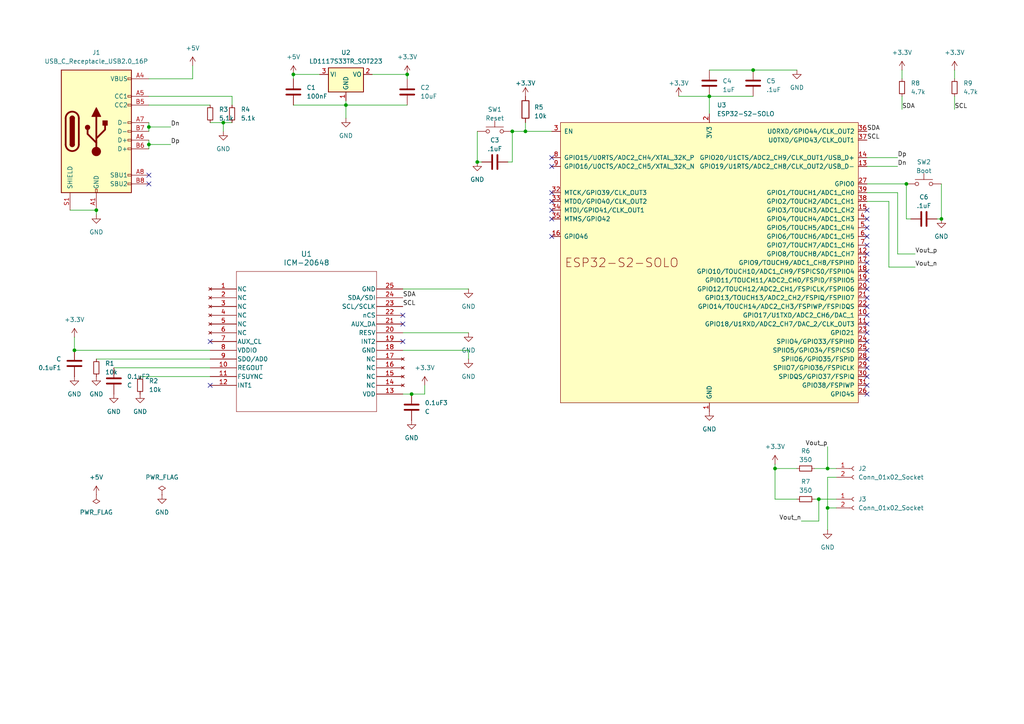
<source format=kicad_sch>
(kicad_sch (version 20231120) (generator "eeschema") (generator_version "8.0")
  (paper "A4")
  (lib_symbols
    (symbol "+3.3V_1" (power) (pin_numbers hide) (pin_names (offset 0) hide)
      (property "Value" "+3.3V" (at 0 3.556 0))
      (symbol "+3.3V_1_0_1"
        (polyline (pts (xy -0.762 1.27) (xy 0 2.54)))
        (polyline (pts (xy 0 0) (xy 0 2.54)))
        (polyline (pts (xy 0 2.54) (xy 0.762 1.27)))
      )
      (symbol "+3.3V_1_1_1"
        (pin power_in line (at 0 0 90) (length 0) (name "~") (number "1"))
      )
    )
    (symbol "+3.3V_2" (power) (pin_numbers hide) (pin_names (offset 0) hide)
      (property "Value" "+3.3V" (at 0 3.556 0))
      (symbol "+3.3V_2_0_1"
        (polyline (pts (xy -0.762 1.27) (xy 0 2.54)))
        (polyline (pts (xy 0 0) (xy 0 2.54)))
        (polyline (pts (xy 0 2.54) (xy 0.762 1.27)))
      )
      (symbol "+3.3V_2_1_1"
        (pin power_in line (at 0 0 90) (length 0) (name "~") (number "1"))
      )
    )
    (symbol "+3.3V_3" (power) (pin_numbers hide) (pin_names (offset 0) hide)
      (property "Value" "+3.3V" (at 0 3.556 0))
      (symbol "+3.3V_3_0_1"
        (polyline (pts (xy -0.762 1.27) (xy 0 2.54)))
        (polyline (pts (xy 0 0) (xy 0 2.54)))
        (polyline (pts (xy 0 2.54) (xy 0.762 1.27)))
      )
      (symbol "+3.3V_3_1_1"
        (pin power_in line (at 0 0 90) (length 0) (name "~") (number "1"))
      )
    )
    (symbol "+3.3V_4" (power) (pin_numbers hide) (pin_names (offset 0) hide)
      (property "Value" "+3.3V" (at 0 3.556 0))
      (symbol "+3.3V_4_0_1"
        (polyline (pts (xy -0.762 1.27) (xy 0 2.54)))
        (polyline (pts (xy 0 0) (xy 0 2.54)))
        (polyline (pts (xy 0 2.54) (xy 0.762 1.27)))
      )
      (symbol "+3.3V_4_1_1"
        (pin power_in line (at 0 0 90) (length 0) (name "~") (number "1"))
      )
    )
    (symbol "+3.3V_5" (power) (pin_numbers hide) (pin_names (offset 0) hide)
      (property "Value" "+3.3V" (at 0 3.556 0))
      (symbol "+3.3V_5_0_1"
        (polyline (pts (xy -0.762 1.27) (xy 0 2.54)))
        (polyline (pts (xy 0 0) (xy 0 2.54)))
        (polyline (pts (xy 0 2.54) (xy 0.762 1.27)))
      )
      (symbol "+3.3V_5_1_1"
        (pin power_in line (at 0 0 90) (length 0) (name "~") (number "1"))
      )
    )
    (symbol "Bike_Power_Meter_Import:ICM-20648" (pin_names (offset 0.254))
      (property "Reference" "U1" (at 27.94 10.16 0))
      (property "Value" "ICM-20648" (at 27.94 7.62 0))
      (symbol "ICM-20648_0_1"
        (polyline (pts (xy 7.62 -35.56) (xy 48.26 -35.56)) (stroke (width 0.127)))
        (polyline (pts (xy 7.62 5.08) (xy 7.62 -35.56)) (stroke (width 0.127)))
        (polyline (pts (xy 48.26 -35.56) (xy 48.26 5.08)) (stroke (width 0.127)))
        (polyline (pts (xy 48.26 5.08) (xy 7.62 5.08)) (stroke (width 0.127)))
        (pin no_connect line (at 0 0 0) (length 7.62) (name "NC") (number "1"))
        (pin output line (at 0 -22.86 0) (length 7.62) (name "REGOUT") (number "10"))
        (pin input line (at 0 -25.4 0) (length 7.62) (name "FSUYNC") (number "11"))
        (pin output line (at 0 -27.94 0) (length 7.62) (name "INT1") (number "12"))
        (pin power_in line (at 55.88 -30.48 180) (length 7.62) (name "VDD") (number "13"))
        (pin no_connect line (at 55.88 -27.94 180) (length 7.62) (name "NC") (number "14"))
        (pin no_connect line (at 55.88 -25.4 180) (length 7.62) (name "NC") (number "15"))
        (pin no_connect line (at 55.88 -22.86 180) (length 7.62) (name "NC") (number "16"))
        (pin no_connect line (at 55.88 -20.32 180) (length 7.62) (name "NC") (number "17"))
        (pin output line (at 55.88 -15.24 180) (length 7.62) (name "INT2") (number "19"))
        (pin no_connect line (at 0 -2.54 0) (length 7.62) (name "NC") (number "2"))
        (pin unspecified line (at 55.88 -10.16 180) (length 7.62) (name "AUX_DA") (number "21"))
        (pin input line (at 55.88 -7.62 180) (length 7.62) (name "nCS") (number "22"))
        (pin input line (at 55.88 -5.08 180) (length 7.62) (name "SCL/SCLK") (number "23"))
        (pin input line (at 55.88 -2.54 180) (length 7.62) (name "SDA/SDI") (number "24"))
        (pin no_connect line (at 0 -5.08 0) (length 7.62) (name "NC") (number "3"))
        (pin no_connect line (at 0 -7.62 0) (length 7.62) (name "NC") (number "4"))
        (pin no_connect line (at 0 -10.16 0) (length 7.62) (name "NC") (number "5"))
        (pin no_connect line (at 0 -12.7 0) (length 7.62) (name "NC") (number "6"))
        (pin unspecified line (at 0 -15.24 0) (length 7.62) (name "AUX_CL") (number "7"))
        (pin power_in line (at 0 -17.78 0) (length 7.62) (name "VDDIO") (number "8"))
        (pin bidirectional line (at 0 -20.32 0) (length 7.62) (name "SDO/AD0") (number "9"))
      )
      (symbol "ICM-20648_1_1"
        (pin passive line (at 55.88 -17.78 180) (length 7.62) (name "GND") (number "18"))
        (pin passive line (at 55.88 -12.7 180) (length 7.62) (name "RESV") (number "20"))
        (pin passive line (at 55.88 0 180) (length 7.62) (name "GND") (number "25"))
      )
    )
    (symbol "Connector:Conn_01x02_Socket" (pin_names (offset 1.016) hide)
      (property "Reference" "J" (at 0 2.54 0))
      (property "Value" "Conn_01x02_Socket" (at 0 -5.08 0))
      (symbol "Conn_01x02_Socket_1_1"
        (arc (start 0 -2.032) (mid -0.5058 -2.54) (end 0 -3.048) (stroke (width 0.1524)))
        (polyline (pts (xy -1.27 -2.54) (xy -0.508 -2.54)) (stroke (width 0.1524)))
        (polyline (pts (xy -1.27 0) (xy -0.508 0)) (stroke (width 0.1524)))
        (arc (start 0 0.508) (mid -0.5058 0) (end 0 -0.508) (stroke (width 0.1524)))
        (pin passive line (at -5.08 0 0) (length 3.81) (name "Pin_1") (number "1"))
        (pin passive line (at -5.08 -2.54 0) (length 3.81) (name "Pin_2") (number "2"))
      )
    )
    (symbol "Connector:USB_C_Receptacle_USB2.0_16P" (pin_names (offset 1.016))
      (property "Reference" "J" (at 0 22.225 0))
      (property "Value" "USB_C_Receptacle_USB2.0_16P" (at 0 19.685 0))
      (symbol "USB_C_Receptacle_USB2.0_16P_0_0"
        (rectangle (start -0.254 -17.78) (end 0.254 -16.764))
        (rectangle (start 10.16 -14.986) (end 9.144 -15.494))
        (rectangle (start 10.16 -12.446) (end 9.144 -12.954))
        (rectangle (start 10.16 -4.826) (end 9.144 -5.334))
        (rectangle (start 10.16 -2.286) (end 9.144 -2.794))
        (rectangle (start 10.16 0.254) (end 9.144 -0.254))
        (rectangle (start 10.16 2.794) (end 9.144 2.286))
        (rectangle (start 10.16 7.874) (end 9.144 7.366))
        (rectangle (start 10.16 10.414) (end 9.144 9.906))
        (rectangle (start 10.16 15.494) (end 9.144 14.986))
      )
      (symbol "USB_C_Receptacle_USB2.0_16P_0_1"
        (rectangle (start -10.16 17.78) (end 10.16 -17.78) (stroke (width 0.254)) (fill (type background)))
        (arc (start -8.89 -3.81) (mid -6.985 -5.7067) (end -5.08 -3.81) (stroke (width 0.508)))
        (arc (start -7.62 -3.81) (mid -6.985 -4.4423) (end -6.35 -3.81) (stroke (width 0.254)))
        (arc (start -7.62 -3.81) (mid -6.985 -4.4423) (end -6.35 -3.81) (stroke (width 0.254)) (fill (type outline)))
        (rectangle (start -7.62 -3.81) (end -6.35 3.81) (stroke (width 0.254)) (fill (type outline)))
        (arc (start -6.35 3.81) (mid -6.985 4.4423) (end -7.62 3.81) (stroke (width 0.254)))
        (arc (start -6.35 3.81) (mid -6.985 4.4423) (end -7.62 3.81) (stroke (width 0.254)) (fill (type outline)))
        (arc (start -5.08 3.81) (mid -6.985 5.7067) (end -8.89 3.81) (stroke (width 0.508)))
        (circle (center -2.54 1.143) (radius 0.635) (stroke (width 0.254)) (fill (type outline)))
        (circle (center 0 -5.842) (radius 1.27) (fill (type outline)))
        (polyline (pts (xy -8.89 -3.81) (xy -8.89 3.81)) (stroke (width 0.508)))
        (polyline (pts (xy -5.08 3.81) (xy -5.08 -3.81)) (stroke (width 0.508)))
        (polyline (pts (xy 0 -5.842) (xy 0 4.318)) (stroke (width 0.508)))
        (polyline (pts (xy 0 -3.302) (xy -2.54 -0.762) (xy -2.54 0.508)) (stroke (width 0.508)))
        (polyline (pts (xy 0 -2.032) (xy 2.54 0.508) (xy 2.54 1.778)) (stroke (width 0.508)))
        (polyline (pts (xy -1.27 4.318) (xy 0 6.858) (xy 1.27 4.318) (xy -1.27 4.318)) (stroke (width 0.254)) (fill (type outline)))
        (rectangle (start 1.905 1.778) (end 3.175 3.048) (stroke (width 0.254)) (fill (type outline)))
      )
      (symbol "USB_C_Receptacle_USB2.0_16P_1_1"
        (pin passive line (at 0 -22.86 90) (length 5.08) (name "GND") (number "A1"))
        (pin passive line (at 0 -22.86 90) (length 5.08) hide (name "GND") (number "A12"))
        (pin passive line (at 15.24 15.24 180) (length 5.08) (name "VBUS") (number "A4"))
        (pin bidirectional line (at 15.24 10.16 180) (length 5.08) (name "CC1") (number "A5"))
        (pin bidirectional line (at 15.24 -2.54 180) (length 5.08) (name "D+") (number "A6"))
        (pin bidirectional line (at 15.24 2.54 180) (length 5.08) (name "D-") (number "A7"))
        (pin bidirectional line (at 15.24 -12.7 180) (length 5.08) (name "SBU1") (number "A8"))
        (pin passive line (at 15.24 15.24 180) (length 5.08) hide (name "VBUS") (number "A9"))
        (pin passive line (at 0 -22.86 90) (length 5.08) hide (name "GND") (number "B1"))
        (pin passive line (at 0 -22.86 90) (length 5.08) hide (name "GND") (number "B12"))
        (pin passive line (at 15.24 15.24 180) (length 5.08) hide (name "VBUS") (number "B4"))
        (pin bidirectional line (at 15.24 7.62 180) (length 5.08) (name "CC2") (number "B5"))
        (pin bidirectional line (at 15.24 -5.08 180) (length 5.08) (name "D+") (number "B6"))
        (pin bidirectional line (at 15.24 0 180) (length 5.08) (name "D-") (number "B7"))
        (pin bidirectional line (at 15.24 -15.24 180) (length 5.08) (name "SBU2") (number "B8"))
        (pin passive line (at 15.24 15.24 180) (length 5.08) hide (name "VBUS") (number "B9"))
        (pin passive line (at -7.62 -22.86 90) (length 5.08) (name "SHIELD") (number "S1"))
      )
    )
    (symbol "Device:C" (pin_numbers hide) (pin_names (offset 0.254))
      (property "Reference" "C" (at 0.635 2.54 0))
      (property "Value" "C" (at 0.635 -2.54 0))
      (symbol "C_0_1"
        (polyline (pts (xy -2.032 -0.762) (xy 2.032 -0.762)) (stroke (width 0.508)))
        (polyline (pts (xy -2.032 0.762) (xy 2.032 0.762)) (stroke (width 0.508)))
      )
      (symbol "C_1_1"
        (pin passive line (at 0 3.81 270) (length 2.794) (name "~") (number "1"))
        (pin passive line (at 0 -3.81 90) (length 2.794) (name "~") (number "2"))
      )
    )
    (symbol "Device:R" (pin_numbers hide) (pin_names (offset 0))
      (property "Reference" "R" (at 2.032 0 90))
      (property "Value" "R" (at 0 0 90))
      (symbol "R_0_1"
        (rectangle (start -1.016 -2.54) (end 1.016 2.54) (stroke (width 0.254)))
      )
      (symbol "R_1_1"
        (pin passive line (at 0 3.81 270) (length 1.27) (name "~") (number "1"))
        (pin passive line (at 0 -3.81 90) (length 1.27) (name "~") (number "2"))
      )
    )
    (symbol "Device:R_Small" (pin_numbers hide) (pin_names (offset 0.254) hide)
      (property "Reference" "R" (at 0.762 0.508 0))
      (property "Value" "R_Small" (at 0.762 -1.016 0))
      (symbol "R_Small_0_1"
        (rectangle (start -0.762 1.778) (end 0.762 -1.778) (stroke (width 0.2032)))
      )
      (symbol "R_Small_1_1"
        (pin passive line (at 0 2.54 270) (length 0.762) (name "~") (number "1"))
        (pin passive line (at 0 -2.54 90) (length 0.762) (name "~") (number "2"))
      )
    )
    (symbol "GND_1" (power) (pin_numbers hide) (pin_names (offset 0) hide)
      (property "Value" "GND" (at 0 -3.81 0))
      (symbol "GND_1_0_1"
        (polyline (pts (xy 0 0) (xy 0 -1.27) (xy 1.27 -1.27) (xy 0 -2.54) (xy -1.27 -1.27) (xy 0 -1.27)))
      )
      (symbol "GND_1_1_1"
        (pin power_in line (at 0 0 270) (length 0) (name "~") (number "1"))
      )
    )
    (symbol "GND_10" (power) (pin_numbers hide) (pin_names (offset 0) hide)
      (property "Value" "GND" (at 0 -3.81 0))
      (symbol "GND_10_0_1"
        (polyline (pts (xy 0 0) (xy 0 -1.27) (xy 1.27 -1.27) (xy 0 -2.54) (xy -1.27 -1.27) (xy 0 -1.27)))
      )
      (symbol "GND_10_1_1"
        (pin power_in line (at 0 0 270) (length 0) (name "~") (number "1"))
      )
    )
    (symbol "GND_11" (power) (pin_numbers hide) (pin_names (offset 0) hide)
      (property "Value" "GND" (at 0 -3.81 0))
      (symbol "GND_11_0_1"
        (polyline (pts (xy 0 0) (xy 0 -1.27) (xy 1.27 -1.27) (xy 0 -2.54) (xy -1.27 -1.27) (xy 0 -1.27)))
      )
      (symbol "GND_11_1_1"
        (pin power_in line (at 0 0 270) (length 0) (name "~") (number "1"))
      )
    )
    (symbol "GND_12" (power) (pin_numbers hide) (pin_names (offset 0) hide)
      (property "Value" "GND" (at 0 -3.81 0))
      (symbol "GND_12_0_1"
        (polyline (pts (xy 0 0) (xy 0 -1.27) (xy 1.27 -1.27) (xy 0 -2.54) (xy -1.27 -1.27) (xy 0 -1.27)))
      )
      (symbol "GND_12_1_1"
        (pin power_in line (at 0 0 270) (length 0) (name "~") (number "1"))
      )
    )
    (symbol "GND_13" (power) (pin_numbers hide) (pin_names (offset 0) hide)
      (property "Value" "GND" (at 0 -3.81 0))
      (symbol "GND_13_0_1"
        (polyline (pts (xy 0 0) (xy 0 -1.27) (xy 1.27 -1.27) (xy 0 -2.54) (xy -1.27 -1.27) (xy 0 -1.27)))
      )
      (symbol "GND_13_1_1"
        (pin power_in line (at 0 0 270) (length 0) (name "~") (number "1"))
      )
    )
    (symbol "GND_2" (power) (pin_numbers hide) (pin_names (offset 0) hide)
      (property "Value" "GND" (at 0 -3.81 0))
      (symbol "GND_2_0_1"
        (polyline (pts (xy 0 0) (xy 0 -1.27) (xy 1.27 -1.27) (xy 0 -2.54) (xy -1.27 -1.27) (xy 0 -1.27)))
      )
      (symbol "GND_2_1_1"
        (pin power_in line (at 0 0 270) (length 0) (name "~") (number "1"))
      )
    )
    (symbol "GND_3" (power) (pin_numbers hide) (pin_names (offset 0) hide)
      (property "Value" "GND" (at 0 -3.81 0))
      (symbol "GND_3_0_1"
        (polyline (pts (xy 0 0) (xy 0 -1.27) (xy 1.27 -1.27) (xy 0 -2.54) (xy -1.27 -1.27) (xy 0 -1.27)))
      )
      (symbol "GND_3_1_1"
        (pin power_in line (at 0 0 270) (length 0) (name "~") (number "1"))
      )
    )
    (symbol "GND_4" (power) (pin_numbers hide) (pin_names (offset 0) hide)
      (property "Value" "GND" (at 0 -3.81 0))
      (symbol "GND_4_0_1"
        (polyline (pts (xy 0 0) (xy 0 -1.27) (xy 1.27 -1.27) (xy 0 -2.54) (xy -1.27 -1.27) (xy 0 -1.27)))
      )
      (symbol "GND_4_1_1"
        (pin power_in line (at 0 0 270) (length 0) (name "~") (number "1"))
      )
    )
    (symbol "GND_5" (power) (pin_numbers hide) (pin_names (offset 0) hide)
      (property "Value" "GND" (at 0 -3.81 0))
      (symbol "GND_5_0_1"
        (polyline (pts (xy 0 0) (xy 0 -1.27) (xy 1.27 -1.27) (xy 0 -2.54) (xy -1.27 -1.27) (xy 0 -1.27)))
      )
      (symbol "GND_5_1_1"
        (pin power_in line (at 0 0 270) (length 0) (name "~") (number "1"))
      )
    )
    (symbol "GND_6" (power) (pin_numbers hide) (pin_names (offset 0) hide)
      (property "Value" "GND" (at 0 -3.81 0))
      (symbol "GND_6_0_1"
        (polyline (pts (xy 0 0) (xy 0 -1.27) (xy 1.27 -1.27) (xy 0 -2.54) (xy -1.27 -1.27) (xy 0 -1.27)))
      )
      (symbol "GND_6_1_1"
        (pin power_in line (at 0 0 270) (length 0) (name "~") (number "1"))
      )
    )
    (symbol "GND_7" (power) (pin_numbers hide) (pin_names (offset 0) hide)
      (property "Value" "GND" (at 0 -3.81 0))
      (symbol "GND_7_0_1"
        (polyline (pts (xy 0 0) (xy 0 -1.27) (xy 1.27 -1.27) (xy 0 -2.54) (xy -1.27 -1.27) (xy 0 -1.27)))
      )
      (symbol "GND_7_1_1"
        (pin power_in line (at 0 0 270) (length 0) (name "~") (number "1"))
      )
    )
    (symbol "GND_8" (power) (pin_numbers hide) (pin_names (offset 0) hide)
      (property "Value" "GND" (at 0 -3.81 0))
      (symbol "GND_8_0_1"
        (polyline (pts (xy 0 0) (xy 0 -1.27) (xy 1.27 -1.27) (xy 0 -2.54) (xy -1.27 -1.27) (xy 0 -1.27)))
      )
      (symbol "GND_8_1_1"
        (pin power_in line (at 0 0 270) (length 0) (name "~") (number "1"))
      )
    )
    (symbol "GND_9" (power) (pin_numbers hide) (pin_names (offset 0) hide)
      (property "Value" "GND" (at 0 -3.81 0))
      (symbol "GND_9_0_1"
        (polyline (pts (xy 0 0) (xy 0 -1.27) (xy 1.27 -1.27) (xy 0 -2.54) (xy -1.27 -1.27) (xy 0 -1.27)))
      )
      (symbol "GND_9_1_1"
        (pin power_in line (at 0 0 270) (length 0) (name "~") (number "1"))
      )
    )
    (symbol "PCM_Espressif:ESP32-S2-SOLO" (pin_names (offset 1.016))
      (property "Reference" "U" (at -43.18 45.72 0))
      (property "Value" "ESP32-S2-SOLO" (at -43.18 43.18 0))
      (symbol "ESP32-S2-SOLO_0_1"
        (rectangle (start -43.18 40.64) (end 43.18 -40.64) (fill (type background)))
      )
      (symbol "ESP32-S2-SOLO_1_1"
        (text "ESP32-S2-SOLO" (at -25.4 0 0) (effects (font (size 2.54 2.54))))
        (pin power_in line (at 0 -43.18 90) (length 2.54) (name "GND") (number "1"))
        (pin bidirectional line (at 45.72 -15.24 180) (length 2.54) (name "GPIO17/U1TXD/ADC2_CH6/DAC_1") (number "10"))
        (pin bidirectional line (at 45.72 -17.78 180) (length 2.54) (name "GPIO18/U1RXD/ADC2_CH7/DAC_2/CLK_OUT3") (number "11"))
        (pin bidirectional line (at 45.72 2.54 180) (length 2.54) (name "GPIO8/TOUCH8/ADC1_CH7") (number "12"))
        (pin bidirectional line (at 45.72 27.94 180) (length 2.54) (name "GPIO19/U1RTS/ADC2_CH8/CLK_OUT2/USB_D-") (number "13"))
        (pin bidirectional line (at 45.72 30.48 180) (length 2.54) (name "GPIO20/U1CTS/ADC2_CH9/CLK_OUT1/USB_D+") (number "14"))
        (pin bidirectional line (at 45.72 15.24 180) (length 2.54) (name "GPIO3/TOUCH3/ADC1_CH2") (number "15"))
        (pin input line (at -45.72 7.62 0) (length 2.54) (name "GPIO46") (number "16"))
        (pin bidirectional line (at 45.72 0 180) (length 2.54) (name "GPIO9/TOUCH9/ADC1_CH8/FSPIHD") (number "17"))
        (pin bidirectional line (at 45.72 -2.54 180) (length 2.54) (name "GPIO10/TOUCH10/ADC1_CH9/FSPICS0/FSPIIO4") (number "18"))
        (pin bidirectional line (at 45.72 -5.08 180) (length 2.54) (name "GPIO11/TOUCH11/ADC2_CH0/FSPID/FSPIIO5") (number "19"))
        (pin power_in line (at 0 43.18 270) (length 2.54) (name "3V3") (number "2"))
        (pin bidirectional line (at 45.72 -7.62 180) (length 2.54) (name "GPIO12/TOUCH12/ADC2_CH1/FSPICLK/FSPIIO6") (number "20"))
        (pin bidirectional line (at 45.72 -10.16 180) (length 2.54) (name "GPIO13/TOUCH13/ADC2_CH2/FSPIQ/FSPIIO7") (number "21"))
        (pin bidirectional line (at 45.72 -12.7 180) (length 2.54) (name "GPIO14/TOUCH14/ADC2_CH3/FSPIWP/FSPIDQS") (number "22"))
        (pin bidirectional line (at 45.72 -20.32 180) (length 2.54) (name "GPIO21") (number "23"))
        (pin bidirectional line (at 45.72 -22.86 180) (length 2.54) (name "SPIIO4/GPIO33/FSPIHD") (number "24"))
        (pin bidirectional line (at 45.72 -25.4 180) (length 2.54) (name "SPIIO5/GPIO34/FSPICS0") (number "25"))
        (pin bidirectional line (at 45.72 -38.1 180) (length 2.54) (name "GPIO45") (number "26"))
        (pin bidirectional line (at 45.72 22.86 180) (length 2.54) (name "GPIO0") (number "27"))
        (pin bidirectional line (at 45.72 -27.94 180) (length 2.54) (name "SPIIO6/GPIO35/FSPID") (number "28"))
        (pin bidirectional line (at 45.72 -30.48 180) (length 2.54) (name "SPIIO7/GPIO36/FSPICLK") (number "29"))
        (pin bidirectional line (at -45.72 38.1 0) (length 2.54) (name "EN") (number "3"))
        (pin bidirectional line (at 45.72 -33.02 180) (length 2.54) (name "SPIDQS/GPIO37/FSPIQ") (number "30"))
        (pin bidirectional line (at 45.72 -35.56 180) (length 2.54) (name "GPIO38/FSPIWP") (number "31"))
        (pin bidirectional line (at -45.72 20.32 0) (length 2.54) (name "MTCK/GPIO39/CLK_OUT3") (number "32"))
        (pin bidirectional line (at -45.72 17.78 0) (length 2.54) (name "MTDO/GPIO40/CLK_OUT2") (number "33"))
        (pin bidirectional line (at -45.72 15.24 0) (length 2.54) (name "MTDI/GPIO41/CLK_OUT1") (number "34"))
        (pin bidirectional line (at -45.72 12.7 0) (length 2.54) (name "MTMS/GPIO42") (number "35"))
        (pin bidirectional line (at 45.72 38.1 180) (length 2.54) (name "U0RXD/GPIO44/CLK_OUT2") (number "36"))
        (pin bidirectional line (at 45.72 35.56 180) (length 2.54) (name "U0TXD/GPIO43/CLK_OUT1") (number "37"))
        (pin bidirectional line (at 45.72 17.78 180) (length 2.54) (name "GPIO2/TOUCH2/ADC1_CH1") (number "38"))
        (pin bidirectional line (at 45.72 20.32 180) (length 2.54) (name "GPIO1/TOUCH1/ADC1_CH0") (number "39"))
        (pin bidirectional line (at 45.72 12.7 180) (length 2.54) (name "GPIO4/TOUCH4/ADC1_CH3") (number "4"))
        (pin passive line (at 0 -43.18 90) (length 2.54) hide (name "GND") (number "40"))
        (pin passive line (at 0 -43.18 90) (length 2.54) hide (name "GND") (number "41"))
        (pin bidirectional line (at 45.72 10.16 180) (length 2.54) (name "GPIO5/TOUCH5/ADC1_CH4") (number "5"))
        (pin bidirectional line (at 45.72 7.62 180) (length 2.54) (name "GPIO6/TOUCH6/ADC1_CH5") (number "6"))
        (pin bidirectional line (at 45.72 5.08 180) (length 2.54) (name "GPIO7/TOUCH7/ADC1_CH6") (number "7"))
        (pin bidirectional line (at -45.72 30.48 0) (length 2.54) (name "GPIO15/U0RTS/ADC2_CH4/XTAL_32K_P") (number "8"))
        (pin bidirectional line (at -45.72 27.94 0) (length 2.54) (name "GPIO16/U0CTS/ADC2_CH5/XTAL_32K_N") (number "9"))
      )
    )
    (symbol "Regulator_Linear:LD1117S33TR_SOT223"
      (property "Reference" "U" (at -3.81 3.175 0))
      (property "Value" "LD1117S33TR_SOT223" (at 0 3.175 0))
      (symbol "LD1117S33TR_SOT223_0_1"
        (rectangle (start -5.08 -5.08) (end 5.08 1.905) (stroke (width 0.254)) (fill (type background)))
      )
      (symbol "LD1117S33TR_SOT223_1_1"
        (pin power_in line (at 0 -7.62 90) (length 2.54) (name "GND") (number "1"))
        (pin power_out line (at 7.62 0 180) (length 2.54) (name "VO") (number "2"))
        (pin power_in line (at -7.62 0 0) (length 2.54) (name "VI") (number "3"))
      )
    )
    (symbol "Switch:SW_Omron_B3FS" (pin_numbers hide) (pin_names (offset 1.016) hide)
      (property "Reference" "SW" (at 1.27 2.54 0))
      (property "Value" "SW_Omron_B3FS" (at 0 -1.524 0))
      (symbol "SW_Omron_B3FS_0_1"
        (circle (center -2.032 0) (radius 0.508))
        (polyline (pts (xy 0 1.27) (xy 0 3.048)))
        (polyline (pts (xy 2.54 1.27) (xy -2.54 1.27)))
        (circle (center 2.032 0) (radius 0.508))
        (pin passive line (at -5.08 0 0) (length 2.54) (name "1") (number "1"))
        (pin passive line (at 5.08 0 180) (length 2.54) (name "2") (number "2"))
      )
    )
    (symbol "power:+3.3V" (power) (pin_names (offset 0))
      (property "Value" "+3.3V" (at 0 3.556 0))
      (symbol "+3.3V_0_1"
        (polyline (pts (xy -0.762 1.27) (xy 0 2.54)))
        (polyline (pts (xy 0 0) (xy 0 2.54)))
        (polyline (pts (xy 0 2.54) (xy 0.762 1.27)))
      )
      (symbol "+3.3V_1_1"
        (pin power_in line (at 0 0 90) (length 0) hide (name "+3.3V") (number "1"))
      )
    )
    (symbol "power:+5V" (power) (pin_numbers hide) (pin_names (offset 0) hide)
      (property "Value" "+5V" (at 0 3.556 0))
      (symbol "+5V_0_1"
        (polyline (pts (xy -0.762 1.27) (xy 0 2.54)))
        (polyline (pts (xy 0 0) (xy 0 2.54)))
        (polyline (pts (xy 0 2.54) (xy 0.762 1.27)))
      )
      (symbol "+5V_1_1"
        (pin power_in line (at 0 0 90) (length 0) (name "~") (number "1"))
      )
    )
    (symbol "power:GND" (power) (pin_names (offset 0))
      (property "Value" "GND" (at 0 -3.81 0))
      (symbol "GND_0_1"
        (polyline (pts (xy 0 0) (xy 0 -1.27) (xy 1.27 -1.27) (xy 0 -2.54) (xy -1.27 -1.27) (xy 0 -1.27)))
      )
      (symbol "GND_1_1"
        (pin power_in line (at 0 0 270) (length 0) hide (name "GND") (number "1"))
      )
    )
    (symbol "power:PWR_FLAG" (power) (pin_numbers hide) (pin_names (offset 0) hide)
      (property "Value" "PWR_FLAG" (at 0 3.81 0))
      (symbol "PWR_FLAG_0_0"
        (pin power_out line (at 0 0 90) (length 0) (name "~") (number "1"))
      )
      (symbol "PWR_FLAG_0_1"
        (polyline (pts (xy 0 0) (xy 0 1.27) (xy -1.016 1.905) (xy 0 2.54) (xy 1.016 1.905) (xy 0 1.27)))
      )
    )
  )
  (junction (at 237.49 144.78))
  (junction (at 262.89 53.34))
  (junction (at 218.44 20.32))
  (junction (at 118.11 21.59))
  (junction (at 240.03 135.89))
  (junction (at 152.4 38.1))
  (junction (at 205.74 27.94))
  (junction (at 119.38 114.3))
  (junction (at 138.43 46.99))
  (junction (at 43.18 36.83))
  (junction (at 27.94 60.96))
  (junction (at 100.33 30.48))
  (junction (at 224.79 135.89))
  (junction (at 148.59 38.1))
  (junction (at 240.03 147.32))
  (junction (at 273.05 63.5))
  (junction (at 21.59 101.6))
  (junction (at 85.09 21.59))
  (junction (at 64.77 35.56))
  (junction (at 43.18 41.91))
  (no_connect (at 60.96 99.06))
  (no_connect (at 251.46 78.74))
  (no_connect (at 251.46 111.76))
  (no_connect (at 251.46 88.9))
  (no_connect (at 160.02 63.5))
  (no_connect (at 251.46 101.6))
  (no_connect (at 60.96 111.76))
  (no_connect (at 251.46 104.14))
  (no_connect (at 116.84 99.06))
  (no_connect (at 251.46 60.96))
  (no_connect (at 251.46 71.12))
  (no_connect (at 251.46 73.66))
  (no_connect (at 160.02 45.72))
  (no_connect (at 251.46 114.3))
  (no_connect (at 251.46 86.36))
  (no_connect (at 43.18 50.8))
  (no_connect (at 251.46 76.2))
  (no_connect (at 251.46 106.68))
  (no_connect (at 251.46 93.98))
  (no_connect (at 160.02 55.88))
  (no_connect (at 251.46 81.28))
  (no_connect (at 160.02 68.58))
  (no_connect (at 251.46 99.06))
  (no_connect (at 251.46 83.82))
  (no_connect (at 116.84 93.98))
  (no_connect (at 251.46 91.44))
  (no_connect (at 160.02 60.96))
  (no_connect (at 43.18 53.34))
  (no_connect (at 251.46 66.04))
  (no_connect (at 251.46 68.58))
  (no_connect (at 116.84 91.44))
  (no_connect (at 160.02 48.26))
  (no_connect (at 160.02 58.42))
  (no_connect (at 251.46 63.5))
  (no_connect (at 251.46 96.52))
  (no_connect (at 251.46 109.22))
  (wire (pts (xy 261.62 20.32) (xy 261.62 22.86)))
  (wire (pts (xy 261.62 27.94) (xy 261.62 31.75)))
  (wire (pts (xy 21.59 97.79) (xy 21.59 101.6)))
  (wire (pts (xy 43.18 35.56) (xy 43.18 36.83)))
  (wire (pts (xy 60.96 35.56) (xy 64.77 35.56)))
  (wire (pts (xy 273.05 63.5) (xy 271.78 63.5)))
  (wire (pts (xy 236.22 144.78) (xy 237.49 144.78)))
  (wire (pts (xy 251.46 48.26) (xy 260.35 48.26)))
  (wire (pts (xy 55.88 19.05) (xy 55.88 22.86)))
  (wire (pts (xy 205.74 27.94) (xy 205.74 33.02)))
  (wire (pts (xy 260.35 55.88) (xy 260.35 73.66)))
  (wire (pts (xy 118.11 21.59) (xy 118.11 22.86)))
  (wire (pts (xy 43.18 41.91) (xy 43.18 43.18)))
  (wire (pts (xy 240.03 153.67) (xy 240.03 147.32)))
  (wire (pts (xy 224.79 144.78) (xy 231.14 144.78)))
  (wire (pts (xy 43.18 30.48) (xy 60.96 30.48)))
  (wire (pts (xy 218.44 20.32) (xy 231.14 20.32)))
  (wire (pts (xy 240.03 135.89) (xy 242.57 135.89)))
  (wire (pts (xy 85.09 30.48) (xy 100.33 30.48)))
  (wire (pts (xy 251.46 55.88) (xy 260.35 55.88)))
  (wire (pts (xy 116.84 96.52) (xy 135.89 96.52)))
  (wire (pts (xy 43.18 36.83) (xy 49.53 36.83)))
  (wire (pts (xy 67.31 27.94) (xy 67.31 30.48)))
  (wire (pts (xy 224.79 135.89) (xy 231.14 135.89)))
  (wire (pts (xy 257.81 77.47) (xy 257.81 58.42)))
  (wire (pts (xy 43.18 22.86) (xy 55.88 22.86)))
  (wire (pts (xy 196.85 27.94) (xy 205.74 27.94)))
  (wire (pts (xy 107.95 21.59) (xy 118.11 21.59)))
  (wire (pts (xy 242.57 138.43) (xy 240.03 138.43)))
  (wire (pts (xy 232.41 151.13) (xy 237.49 151.13)))
  (wire (pts (xy 40.64 109.22) (xy 60.96 109.22)))
  (wire (pts (xy 148.59 38.1) (xy 148.59 46.99)))
  (wire (pts (xy 64.77 35.56) (xy 64.77 38.1)))
  (wire (pts (xy 237.49 144.78) (xy 242.57 144.78)))
  (wire (pts (xy 100.33 29.21) (xy 100.33 30.48)))
  (wire (pts (xy 119.38 114.3) (xy 123.19 114.3)))
  (wire (pts (xy 152.4 38.1) (xy 160.02 38.1)))
  (wire (pts (xy 116.84 83.82) (xy 135.89 83.82)))
  (wire (pts (xy 43.18 40.64) (xy 43.18 41.91)))
  (wire (pts (xy 138.43 46.99) (xy 138.43 38.1)))
  (wire (pts (xy 257.81 58.42) (xy 251.46 58.42)))
  (wire (pts (xy 240.03 147.32) (xy 242.57 147.32)))
  (wire (pts (xy 33.02 106.68) (xy 60.96 106.68)))
  (wire (pts (xy 237.49 151.13) (xy 237.49 144.78)))
  (wire (pts (xy 152.4 35.56) (xy 152.4 38.1)))
  (wire (pts (xy 260.35 73.66) (xy 265.43 73.66)))
  (wire (pts (xy 236.22 135.89) (xy 240.03 135.89)))
  (wire (pts (xy 251.46 45.72) (xy 260.35 45.72)))
  (wire (pts (xy 100.33 30.48) (xy 100.33 34.29)))
  (wire (pts (xy 116.84 114.3) (xy 119.38 114.3)))
  (wire (pts (xy 85.09 21.59) (xy 85.09 22.86)))
  (wire (pts (xy 100.33 30.48) (xy 118.11 30.48)))
  (wire (pts (xy 205.74 27.94) (xy 218.44 27.94)))
  (wire (pts (xy 262.89 53.34) (xy 262.89 63.5)))
  (wire (pts (xy 205.74 20.32) (xy 218.44 20.32)))
  (wire (pts (xy 265.43 77.47) (xy 257.81 77.47)))
  (wire (pts (xy 240.03 129.54) (xy 240.03 135.89)))
  (wire (pts (xy 43.18 36.83) (xy 43.18 38.1)))
  (wire (pts (xy 43.18 41.91) (xy 49.53 41.91)))
  (wire (pts (xy 27.94 60.96) (xy 27.94 62.23)))
  (wire (pts (xy 139.7 46.99) (xy 138.43 46.99)))
  (wire (pts (xy 152.4 38.1) (xy 148.59 38.1)))
  (wire (pts (xy 224.79 134.62) (xy 224.79 135.89)))
  (wire (pts (xy 116.84 101.6) (xy 135.89 101.6)))
  (wire (pts (xy 147.32 46.99) (xy 148.59 46.99)))
  (wire (pts (xy 240.03 138.43) (xy 240.03 147.32)))
  (wire (pts (xy 64.77 35.56) (xy 67.31 35.56)))
  (wire (pts (xy 251.46 53.34) (xy 262.89 53.34)))
  (wire (pts (xy 135.89 101.6) (xy 135.89 104.14)))
  (wire (pts (xy 264.16 63.5) (xy 262.89 63.5)))
  (wire (pts (xy 85.09 21.59) (xy 92.71 21.59)))
  (wire (pts (xy 224.79 135.89) (xy 224.79 144.78)))
  (wire (pts (xy 276.86 27.94) (xy 276.86 31.75)))
  (wire (pts (xy 21.59 101.6) (xy 60.96 101.6)))
  (wire (pts (xy 276.86 20.32) (xy 276.86 22.86)))
  (wire (pts (xy 27.94 104.14) (xy 60.96 104.14)))
  (wire (pts (xy 43.18 27.94) (xy 67.31 27.94)))
  (wire (pts (xy 123.19 114.3) (xy 123.19 111.76)))
  (wire (pts (xy 20.32 60.96) (xy 27.94 60.96)))
  (wire (pts (xy 273.05 53.34) (xy 273.05 63.5)))
  (label "SDA" (at 251.46 38.1 0))
  (label "SDA" (at 116.84 86.36 0))
  (label "SDA" (at 261.62 31.75 0))
  (label "SCL" (at 251.46 40.64 0))
  (label "Dp" (at 49.53 41.91 0))
  (label "Dn" (at 49.53 36.83 0))
  (label "Vout_n" (at 232.41 151.13 180))
  (label "Vout_n" (at 265.43 77.47 0))
  (label "Vout_p" (at 265.43 73.66 0))
  (label "Dn" (at 260.35 48.26 0))
  (label "Dp" (at 260.35 45.72 0))
  (label "SCL" (at 116.84 88.9 0))
  (label "SCL" (at 276.86 31.75 0))
  (label "Vout_p" (at 240.03 129.54 180))
  (symbol (lib_name "+3.3V_1") (lib_id "power:+3.3V") (at 118.11 21.59 0) (unit 1)
    (property "Reference" "#PWR011" (effects (hide yes)))
    (property "Value" "+3.3V" (at 118.11 16.51 0))
    (property "Description" "Power symbol creates a global label with name \"+3.3V\"" (effects (hide yes)))
  )
  (symbol (lib_name "GND_12") (lib_id "power:GND") (at 135.89 96.52 0) (unit 1)
    (property "Reference" "#PWR026" (effects (hide yes)))
    (property "Value" "GND" (at 135.89 101.6 0))
    (property "Description" "Power symbol creates a global label with name \"GND\" , ground" (effects (hide yes)))
  )
  (symbol (lib_id "power:PWR_FLAG") (at 46.99 143.51 0) (unit 1)
    (property "Reference" "#FLG04" (effects (hide yes)))
    (property "Value" "PWR_FLAG" (at 46.99 138.43 0))
    (property "Description" "Special symbol for telling ERC where power comes from" (effects (hide yes)))
  )
  (symbol (lib_id "Device:R_Small") (at 40.64 111.76 0) (unit 1)
    (property "Reference" "R2" (at 43.18 110.4899 0) (effects (justify left)))
    (property "Value" "10k" (at 43.18 113.0299 0) (effects (justify left)))
    (property "Description" "Resistor, small symbol" (effects (hide yes)))
  )
  (symbol (lib_name "GND_6") (lib_id "power:GND") (at 21.59 109.22 0) (unit 1)
    (property "Reference" "#PWR016" (effects (hide yes)))
    (property "Value" "GND" (at 21.59 114.3 0))
    (property "Description" "Power symbol creates a global label with name \"GND\" , ground" (effects (hide yes)))
  )
  (symbol (lib_id "Regulator_Linear:LD1117S33TR_SOT223") (at 100.33 21.59 0) (unit 1)
    (property "Reference" "U2" (at 100.33 15.24 0))
    (property "Value" "LD1117S33TR_SOT223" (at 100.33 17.78 0))
    (property "Footprint" "Package_TO_SOT_SMD:SOT-223-3_TabPin2" (effects (hide yes)))
    (property "Datasheet" "http://www.st.com/st-web-ui/static/active/en/resource/technical/document/datasheet/CD00000544.pdf" (effects (hide yes)))
    (property "Description" "800mA Fixed Low Drop Positive Voltage Regulator, Fixed Output 3.3V, SOT-223" (effects (hide yes)))
  )
  (symbol (lib_id "Connector:Conn_01x02_Socket") (at 247.65 144.78 0) (unit 1)
    (property "Reference" "J3" (at 248.92 144.7799 0) (effects (justify left)))
    (property "Value" "Conn_01x02_Socket" (at 248.92 147.3199 0) (effects (justify left)))
    (property "Description" "Generic connector, single row, 01x02, script generated" (effects (hide yes)))
  )
  (symbol (lib_id "power:PWR_FLAG") (at 27.94 143.51 180) (unit 1)
    (property "Reference" "#FLG01" (effects (hide yes)))
    (property "Value" "PWR_FLAG" (at 27.94 148.59 0))
    (property "Description" "Special symbol for telling ERC where power comes from" (effects (hide yes)))
  )
  (symbol (lib_id "Device:C") (at 85.09 26.67 0) (unit 1)
    (property "Reference" "C1" (at 88.9 25.3999 0) (effects (justify left)))
    (property "Value" "100nF" (at 88.9 27.9399 0) (effects (justify left)))
    (property "Description" "Unpolarized capacitor" (effects (hide yes)))
  )
  (symbol (lib_id "Device:C") (at 267.97 63.5 90) (unit 1)
    (property "Reference" "C6" (at 267.97 57.15 90))
    (property "Value" ".1uF" (at 267.97 59.69 90))
  )
  (symbol (lib_id "power:+5V") (at 27.94 143.51 0) (unit 1)
    (property "Reference" "#PWR027" (effects (hide yes)))
    (property "Value" "+5V" (at 27.94 138.43 0))
    (property "Description" "Power symbol creates a global label with name \"+5V\"" (effects (hide yes)))
  )
  (symbol (lib_name "GND_8") (lib_id "power:GND") (at 40.64 114.3 0) (unit 1)
    (property "Reference" "#PWR022" (effects (hide yes)))
    (property "Value" "GND" (at 40.64 119.38 0))
    (property "Description" "Power symbol creates a global label with name \"GND\" , ground" (effects (hide yes)))
  )
  (symbol (lib_id "Device:R") (at 152.4 31.75 0) (unit 1)
    (property "Reference" "R5" (at 154.94 31.115 0) (effects (justify left)))
    (property "Value" "10k" (at 154.94 33.655 0) (effects (justify left)))
  )
  (symbol (lib_id "Device:C") (at 118.11 26.67 0) (unit 1)
    (property "Reference" "C2" (at 121.92 25.3999 0) (effects (justify left)))
    (property "Value" "10uF" (at 121.92 27.9399 0) (effects (justify left)))
    (property "Description" "Unpolarized capacitor" (effects (hide yes)))
  )
  (symbol (lib_id "Bike_Power_Meter_Import:ICM-20648") (at 60.96 83.82 0) (unit 1)
    (property "Reference" "U1" (at 88.9 73.66 0) (effects (font (size 1.524 1.524))))
    (property "Value" "ICM-20648" (at 88.9 76.2 0) (effects (font (size 1.524 1.524))))
    (property "Footprint" "QFN24_3X3X0P9_IVS" (effects (hide yes)))
    (property "Datasheet" "ICM-20648" (effects (hide yes)))
  )
  (symbol (lib_name "GND_8") (lib_id "power:GND") (at 27.94 109.22 0) (unit 1)
    (property "Reference" "#PWR018" (effects (hide yes)))
    (property "Value" "GND" (at 27.94 114.3 0))
    (property "Description" "Power symbol creates a global label with name \"GND\" , ground" (effects (hide yes)))
  )
  (symbol (lib_id "power:GND") (at 273.05 63.5 0) (unit 1)
    (property "Reference" "#PWR06" (effects (hide yes)))
    (property "Value" "GND" (at 273.05 68.58 0))
  )
  (symbol (lib_name "GND_11") (lib_id "power:GND") (at 135.89 83.82 0) (unit 1)
    (property "Reference" "#PWR025" (effects (hide yes)))
    (property "Value" "GND" (at 135.89 88.9 0))
    (property "Description" "Power symbol creates a global label with name \"GND\" , ground" (effects (hide yes)))
  )
  (symbol (lib_id "Connector:USB_C_Receptacle_USB2.0_16P") (at 27.94 38.1 0) (unit 1)
    (property "Reference" "J1" (at 27.94 15.24 0))
    (property "Value" "USB_C_Receptacle_USB2.0_16P" (at 27.94 17.78 0))
    (property "Datasheet" "https://www.usb.org/sites/default/files/documents/usb_type-c.zip" (effects (hide yes)))
    (property "Description" "USB 2.0-only 16P Type-C Receptacle connector" (effects (hide yes)))
  )
  (symbol (lib_name "GND_3") (lib_id "power:GND") (at 64.77 38.1 0) (unit 1)
    (property "Reference" "#PWR09" (effects (hide yes)))
    (property "Value" "GND" (at 64.77 43.18 0))
    (property "Description" "Power symbol creates a global label with name \"GND\" , ground" (effects (hide yes)))
  )
  (symbol (lib_id "Device:R_Small") (at 233.68 135.89 90) (unit 1)
    (property "Reference" "R6" (at 233.68 130.81 90))
    (property "Value" "350" (at 233.68 133.35 90))
    (property "Description" "Resistor, small symbol" (effects (hide yes)))
  )
  (symbol (lib_id "Device:R_Small") (at 27.94 106.68 0) (unit 1)
    (property "Reference" "R1" (at 30.48 105.4099 0) (effects (justify left)))
    (property "Value" "10k" (at 30.48 107.9499 0) (effects (justify left)))
    (property "Description" "Resistor, small symbol" (effects (hide yes)))
  )
  (symbol (lib_id "power:GND") (at 231.14 20.32 0) (unit 1)
    (property "Reference" "#PWR02" (effects (hide yes)))
    (property "Value" "GND" (at 231.14 25.4 0))
  )
  (symbol (lib_name "+3.3V_5") (lib_id "power:+3.3V") (at 276.86 20.32 0) (unit 1)
    (property "Reference" "#PWR024" (effects (hide yes)))
    (property "Value" "+3.3V" (at 276.86 15.24 0))
    (property "Description" "Power symbol creates a global label with name \"+3.3V\"" (effects (hide yes)))
  )
  (symbol (lib_id "power:+5V") (at 55.88 19.05 0) (mirror y) (unit 1)
    (property "Reference" "#PWR07" (effects (hide yes)))
    (property "Value" "+5V" (at 55.88 13.97 0))
    (property "Description" "Power symbol creates a global label with name \"+5V\"" (effects (hide yes)))
  )
  (symbol (lib_name "+3.3V_2") (lib_id "power:+3.3V") (at 224.79 134.62 0) (unit 1)
    (property "Reference" "#PWR012" (effects (hide yes)))
    (property "Value" "+3.3V" (at 224.79 129.54 0))
    (property "Description" "Power symbol creates a global label with name \"+3.3V\"" (effects (hide yes)))
  )
  (symbol (lib_id "Device:R_Small") (at 261.62 25.4 0) (unit 1)
    (property "Reference" "R8" (at 264.16 24.1299 0) (effects (justify left)))
    (property "Value" "4.7k" (at 264.16 26.6699 0) (effects (justify left)))
    (property "Description" "Resistor, small symbol" (effects (hide yes)))
  )
  (symbol (lib_id "Device:C") (at 21.59 105.41 180) (unit 1)
    (property "Reference" "0.1uF1" (at 17.78 106.6801 0) (effects (justify left)))
    (property "Value" "C" (at 17.78 104.1401 0) (effects (justify left)))
    (property "Description" "Unpolarized capacitor" (effects (hide yes)))
  )
  (symbol (lib_name "+3.3V_3") (lib_id "power:+3.3V") (at 21.59 97.79 0) (unit 1)
    (property "Reference" "#PWR015" (effects (hide yes)))
    (property "Value" "+3.3V" (at 21.59 92.71 0))
    (property "Description" "Power symbol creates a global label with name \"+3.3V\"" (effects (hide yes)))
  )
  (symbol (lib_name "+3.3V_5") (lib_id "power:+3.3V") (at 261.62 20.32 0) (unit 1)
    (property "Reference" "#PWR023" (effects (hide yes)))
    (property "Value" "+3.3V" (at 261.62 15.24 0))
    (property "Description" "Power symbol creates a global label with name \"+3.3V\"" (effects (hide yes)))
  )
  (symbol (lib_name "GND_7") (lib_id "power:GND") (at 33.02 114.3 0) (mirror y) (unit 1)
    (property "Reference" "#PWR017" (effects (hide yes)))
    (property "Value" "GND" (at 33.02 119.38 0))
    (property "Description" "Power symbol creates a global label with name \"GND\" , ground" (effects (hide yes)))
  )
  (symbol (lib_name "GND_5") (lib_id "power:GND") (at 240.03 153.67 0) (unit 1)
    (property "Reference" "#PWR014" (effects (hide yes)))
    (property "Value" "GND" (at 240.03 158.75 0))
    (property "Description" "Power symbol creates a global label with name \"GND\" , ground" (effects (hide yes)))
  )
  (symbol (lib_id "Connector:Conn_01x02_Socket") (at 247.65 135.89 0) (unit 1)
    (property "Reference" "J2" (at 248.92 135.8899 0) (effects (justify left)))
    (property "Value" "Conn_01x02_Socket" (at 248.92 138.4299 0) (effects (justify left)))
    (property "Description" "Generic connector, single row, 01x02, script generated" (effects (hide yes)))
  )
  (symbol (lib_id "power:+5V") (at 85.09 21.59 0) (unit 1)
    (property "Reference" "#PWR010" (effects (hide yes)))
    (property "Value" "+5V" (at 85.09 16.51 0))
    (property "Description" "Power symbol creates a global label with name \"+5V\"" (effects (hide yes)))
  )
  (symbol (lib_id "Switch:SW_Omron_B3FS") (at 267.97 53.34 0) (unit 1)
    (property "Reference" "SW2" (at 267.97 46.99 0))
    (property "Value" "Boot" (at 267.97 49.53 0))
    (property "Datasheet" "https://omronfs.omron.com/en_US/ecb/products/pdf/en-b3fs.pdf" (effects (hide yes)))
  )
  (symbol (lib_id "Device:R_Small") (at 276.86 25.4 0) (unit 1)
    (property "Reference" "R9" (at 279.4 24.1299 0) (effects (justify left)))
    (property "Value" "4.7k" (at 279.4 26.6699 0) (effects (justify left)))
    (property "Description" "Resistor, small symbol" (effects (hide yes)))
  )
  (symbol (lib_name "GND_13") (lib_id "power:GND") (at 46.99 143.51 0) (unit 1)
    (property "Reference" "#PWR029" (effects (hide yes)))
    (property "Value" "GND" (at 46.99 148.59 0))
    (property "Description" "Power symbol creates a global label with name \"GND\" , ground" (effects (hide yes)))
  )
  (symbol (lib_name "GND_10") (lib_id "power:GND") (at 119.38 121.92 0) (unit 1)
    (property "Reference" "#PWR021" (effects (hide yes)))
    (property "Value" "GND" (at 119.38 127 0))
    (property "Description" "Power symbol creates a global label with name \"GND\" , ground" (effects (hide yes)))
  )
  (symbol (lib_id "Device:R_Small") (at 67.31 33.02 0) (unit 1)
    (property "Reference" "R4" (at 69.85 31.7499 0) (effects (justify left)))
    (property "Value" "5.1k" (at 69.85 34.2899 0) (effects (justify left)))
    (property "Description" "Resistor, small symbol" (effects (hide yes)))
  )
  (symbol (lib_id "PCM_Espressif:ESP32-S2-SOLO") (at 205.74 76.2 0) (unit 1)
    (property "Reference" "U3" (at 207.9341 30.48 0) (effects (justify left)))
    (property "Value" "ESP32-S2-SOLO" (at 207.9341 33.02 0) (effects (justify left)))
    (property "Footprint" "PCM_Espressif:ESP32-S2-SOLO" (effects (hide yes)))
    (property "Datasheet" "https://www.espressif.com/sites/default/files/documentation/esp32-s2-solo_esp32-s2-solo-u_datasheet_en.pdf" (effects (hide yes)))
    (property "Description" "ESP32-S2-SOLO and ESP32-S2-SOLO-U are two powerful, generic Wi-Fi MCU modules that have a rich set of peripherals." (effects (hide yes)))
  )
  (symbol (lib_name "GND_2") (lib_id "power:GND") (at 27.94 62.23 0) (unit 1)
    (property "Reference" "#PWR08" (effects (hide yes)))
    (property "Value" "GND" (at 27.94 67.31 0))
    (property "Description" "Power symbol creates a global label with name \"GND\" , ground" (effects (hide yes)))
  )
  (symbol (lib_id "Device:C") (at 218.44 24.13 0) (unit 1)
    (property "Reference" "C5" (at 222.25 23.495 0) (effects (justify left)))
    (property "Value" ".1uF" (at 222.25 26.035 0) (effects (justify left)))
  )
  (symbol (lib_id "Device:C") (at 205.74 24.13 0) (unit 1)
    (property "Reference" "C4" (at 209.55 23.495 0) (effects (justify left)))
    (property "Value" "1uF" (at 209.55 26.035 0) (effects (justify left)))
  )
  (symbol (lib_id "Device:R_Small") (at 60.96 33.02 0) (unit 1)
    (property "Reference" "R3" (at 63.5 31.7499 0) (effects (justify left)))
    (property "Value" "5.1k" (at 63.5 34.2899 0) (effects (justify left)))
    (property "Description" "Resistor, small symbol" (effects (hide yes)))
  )
  (symbol (lib_name "GND_9") (lib_id "power:GND") (at 135.89 104.14 0) (unit 1)
    (property "Reference" "#PWR019" (effects (hide yes)))
    (property "Value" "GND" (at 135.89 109.22 0))
    (property "Description" "Power symbol creates a global label with name \"GND\" , ground" (effects (hide yes)))
  )
  (symbol (lib_id "power:GND") (at 138.43 46.99 0) (unit 1)
    (property "Reference" "#PWR03" (effects (hide yes)))
    (property "Value" "GND" (at 138.43 52.07 0))
  )
  (symbol (lib_id "power:+3.3V") (at 152.4 27.94 0) (unit 1)
    (property "Reference" "#PWR04" (effects (hide yes)))
    (property "Value" "+3.3V" (at 152.4 24.13 0))
  )
  (symbol (lib_id "Switch:SW_Omron_B3FS") (at 143.51 38.1 0) (unit 1)
    (property "Reference" "SW1" (at 143.51 31.75 0))
    (property "Value" "Reset" (at 143.51 34.29 0))
    (property "Datasheet" "https://omronfs.omron.com/en_US/ecb/products/pdf/en-b3fs.pdf" (effects (hide yes)))
  )
  (symbol (lib_id "Device:C") (at 33.02 110.49 0) (unit 1)
    (property "Reference" "0.1uF2" (at 36.83 109.2199 0) (effects (justify left)))
    (property "Value" "C" (at 36.83 111.7599 0) (effects (justify left)))
    (property "Description" "Unpolarized capacitor" (effects (hide yes)))
  )
  (symbol (lib_id "power:+3.3V") (at 196.85 27.94 0) (unit 1)
    (property "Reference" "#PWR01" (effects (hide yes)))
    (property "Value" "+3.3V" (at 196.85 24.13 0))
  )
  (symbol (lib_id "Device:C") (at 143.51 46.99 90) (unit 1)
    (property "Reference" "C3" (at 143.51 40.64 90))
    (property "Value" ".1uF" (at 143.51 43.18 90))
  )
  (symbol (lib_name "+3.3V_4") (lib_id "power:+3.3V") (at 123.19 111.76 0) (unit 1)
    (property "Reference" "#PWR020" (effects (hide yes)))
    (property "Value" "+3.3V" (at 123.19 106.68 0))
    (property "Description" "Power symbol creates a global label with name \"+3.3V\"" (effects (hide yes)))
  )
  (symbol (lib_id "Device:C") (at 119.38 118.11 0) (unit 1)
    (property "Reference" "0.1uF3" (at 123.19 116.8399 0) (effects (justify left)))
    (property "Value" "C" (at 123.19 119.3799 0) (effects (justify left)))
    (property "Description" "Unpolarized capacitor" (effects (hide yes)))
  )
  (symbol (lib_name "GND_4") (lib_id "power:GND") (at 100.33 34.29 0) (unit 1)
    (property "Reference" "#PWR013" (effects (hide yes)))
    (property "Value" "GND" (at 100.33 39.37 0))
    (property "Description" "Power symbol creates a global label with name \"GND\" , ground" (effects (hide yes)))
  )
  (symbol (lib_id "Device:R_Small") (at 233.68 144.78 270) (mirror x) (unit 1)
    (property "Reference" "R7" (at 233.68 139.7 90))
    (property "Value" "350" (at 233.68 142.24 90))
    (property "Description" "Resistor, small symbol" (effects (hide yes)))
  )
  (symbol (lib_name "GND_1") (lib_id "power:GND") (at 205.74 119.38 0) (unit 1)
    (property "Reference" "#PWR05" (effects (hide yes)))
    (property "Value" "GND" (at 205.74 124.46 0))
    (property "Description" "Power symbol creates a global label with name \"GND\" , ground" (effects (hide yes)))
  )
)
</source>
